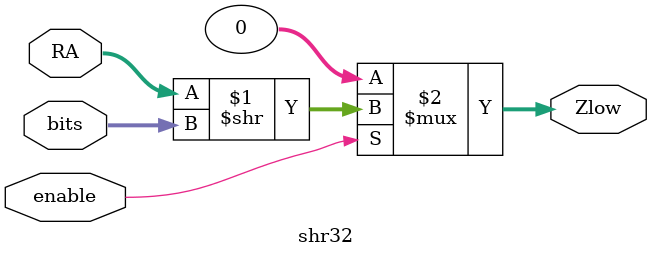
<source format=v>
module shr32 (
    input wire [31:0] RA,
    input wire [4:0] bits,
    input wire enable,
    output wire [31:0] Zlow
);
    assign Zlow = enable ? (RA >> bits) : 32'b0;
    
endmodule
</source>
